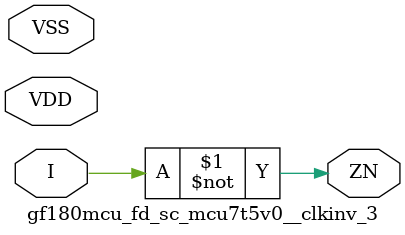
<source format=v>

module gf180mcu_fd_sc_mcu7t5v0__clkinv_3( I, ZN, VDD, VSS );
input I;
inout VDD, VSS;
output ZN;

	not MGM_BG_0( ZN, I );

endmodule

</source>
